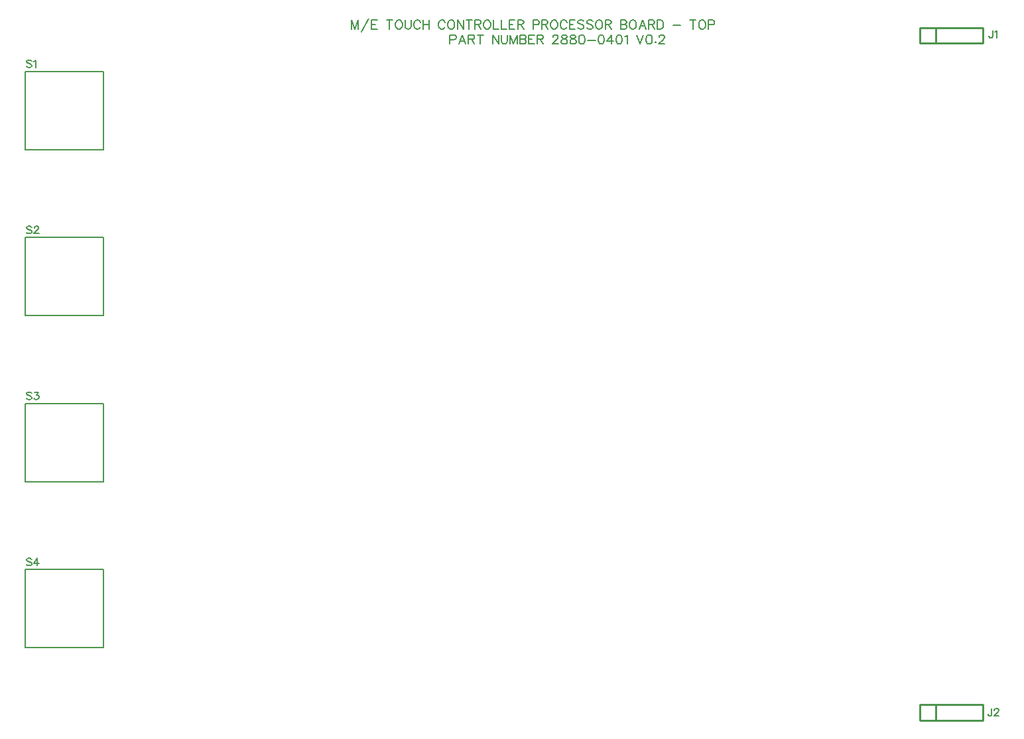
<source format=gto>
G04 Layer: TopSilkscreenLayer*
G04 EasyEDA v6.5.29, 2023-07-18 11:29:47*
G04 d241b5e9eba042f2855d0ef1ce65199e,5a6b42c53f6a479593ecc07194224c93,10*
G04 Gerber Generator version 0.2*
G04 Scale: 100 percent, Rotated: No, Reflected: No *
G04 Dimensions in millimeters *
G04 leading zeros omitted , absolute positions ,4 integer and 5 decimal *
%FSLAX45Y45*%
%MOMM*%

%ADD10C,0.2032*%
%ADD11C,0.1524*%
%ADD12C,0.1999*%
%ADD13C,0.2540*%

%LPD*%
D10*
X-304901Y8998458D02*
G01*
X-304901Y8883904D01*
X-304901Y8998458D02*
G01*
X-261213Y8883904D01*
X-217525Y8998458D02*
G01*
X-261213Y8883904D01*
X-217525Y8998458D02*
G01*
X-217525Y8883904D01*
X-83413Y9020302D02*
G01*
X-181457Y8845550D01*
X-47345Y8998458D02*
G01*
X-47345Y8883904D01*
X-47345Y8998458D02*
G01*
X23520Y8998458D01*
X-47345Y8943847D02*
G01*
X-3657Y8943847D01*
X-47345Y8883904D02*
G01*
X23520Y8883904D01*
X181762Y8998458D02*
G01*
X181762Y8883904D01*
X143662Y8998458D02*
G01*
X219862Y8998458D01*
X288696Y8998458D02*
G01*
X277774Y8992870D01*
X266852Y8981947D01*
X261264Y8971026D01*
X255930Y8954770D01*
X255930Y8927592D01*
X261264Y8911081D01*
X266852Y8900160D01*
X277774Y8889237D01*
X288696Y8883904D01*
X310540Y8883904D01*
X321462Y8889237D01*
X332384Y8900160D01*
X337718Y8911081D01*
X343306Y8927592D01*
X343306Y8954770D01*
X337718Y8971026D01*
X332384Y8981947D01*
X321462Y8992870D01*
X310540Y8998458D01*
X288696Y8998458D01*
X379120Y8998458D02*
G01*
X379120Y8916670D01*
X384708Y8900160D01*
X395630Y8889237D01*
X411886Y8883904D01*
X422808Y8883904D01*
X439318Y8889237D01*
X449986Y8900160D01*
X455574Y8916670D01*
X455574Y8998458D01*
X573430Y8971026D02*
G01*
X567842Y8981947D01*
X556920Y8992870D01*
X545998Y8998458D01*
X524408Y8998458D01*
X513486Y8992870D01*
X502564Y8981947D01*
X496976Y8971026D01*
X491642Y8954770D01*
X491642Y8927592D01*
X496976Y8911081D01*
X502564Y8900160D01*
X513486Y8889237D01*
X524408Y8883904D01*
X545998Y8883904D01*
X556920Y8889237D01*
X567842Y8900160D01*
X573430Y8911081D01*
X609498Y8998458D02*
G01*
X609498Y8883904D01*
X685698Y8998458D02*
G01*
X685698Y8883904D01*
X609498Y8943847D02*
G01*
X685698Y8943847D01*
X887628Y8971026D02*
G01*
X882040Y8981947D01*
X871118Y8992870D01*
X860196Y8998458D01*
X838352Y8998458D01*
X827684Y8992870D01*
X816762Y8981947D01*
X811174Y8971026D01*
X805840Y8954770D01*
X805840Y8927592D01*
X811174Y8911081D01*
X816762Y8900160D01*
X827684Y8889237D01*
X838352Y8883904D01*
X860196Y8883904D01*
X871118Y8889237D01*
X882040Y8900160D01*
X887628Y8911081D01*
X956208Y8998458D02*
G01*
X945286Y8992870D01*
X934364Y8981947D01*
X929030Y8971026D01*
X923442Y8954770D01*
X923442Y8927592D01*
X929030Y8911081D01*
X934364Y8900160D01*
X945286Y8889237D01*
X956208Y8883904D01*
X978052Y8883904D01*
X988974Y8889237D01*
X999896Y8900160D01*
X1005484Y8911081D01*
X1010818Y8927592D01*
X1010818Y8954770D01*
X1005484Y8971026D01*
X999896Y8981947D01*
X988974Y8992870D01*
X978052Y8998458D01*
X956208Y8998458D01*
X1046886Y8998458D02*
G01*
X1046886Y8883904D01*
X1046886Y8998458D02*
G01*
X1123086Y8883904D01*
X1123086Y8998458D02*
G01*
X1123086Y8883904D01*
X1197254Y8998458D02*
G01*
X1197254Y8883904D01*
X1159154Y8998458D02*
G01*
X1235608Y8998458D01*
X1271676Y8998458D02*
G01*
X1271676Y8883904D01*
X1271676Y8998458D02*
G01*
X1320698Y8998458D01*
X1336954Y8992870D01*
X1342542Y8987536D01*
X1347876Y8976613D01*
X1347876Y8965692D01*
X1342542Y8954770D01*
X1336954Y8949181D01*
X1320698Y8943847D01*
X1271676Y8943847D01*
X1309776Y8943847D02*
G01*
X1347876Y8883904D01*
X1416710Y8998458D02*
G01*
X1405788Y8992870D01*
X1394866Y8981947D01*
X1389278Y8971026D01*
X1383944Y8954770D01*
X1383944Y8927592D01*
X1389278Y8911081D01*
X1394866Y8900160D01*
X1405788Y8889237D01*
X1416710Y8883904D01*
X1438554Y8883904D01*
X1449476Y8889237D01*
X1460398Y8900160D01*
X1465732Y8911081D01*
X1471320Y8927592D01*
X1471320Y8954770D01*
X1465732Y8971026D01*
X1460398Y8981947D01*
X1449476Y8992870D01*
X1438554Y8998458D01*
X1416710Y8998458D01*
X1507134Y8998458D02*
G01*
X1507134Y8883904D01*
X1507134Y8883904D02*
G01*
X1572666Y8883904D01*
X1608734Y8998458D02*
G01*
X1608734Y8883904D01*
X1608734Y8883904D02*
G01*
X1674012Y8883904D01*
X1710080Y8998458D02*
G01*
X1710080Y8883904D01*
X1710080Y8998458D02*
G01*
X1780946Y8998458D01*
X1710080Y8943847D02*
G01*
X1753768Y8943847D01*
X1710080Y8883904D02*
G01*
X1780946Y8883904D01*
X1817014Y8998458D02*
G01*
X1817014Y8883904D01*
X1817014Y8998458D02*
G01*
X1866036Y8998458D01*
X1882546Y8992870D01*
X1887880Y8987536D01*
X1893468Y8976613D01*
X1893468Y8965692D01*
X1887880Y8954770D01*
X1882546Y8949181D01*
X1866036Y8943847D01*
X1817014Y8943847D01*
X1855114Y8943847D02*
G01*
X1893468Y8883904D01*
X2013356Y8998458D02*
G01*
X2013356Y8883904D01*
X2013356Y8998458D02*
G01*
X2062378Y8998458D01*
X2078888Y8992870D01*
X2084222Y8987536D01*
X2089810Y8976613D01*
X2089810Y8960104D01*
X2084222Y8949181D01*
X2078888Y8943847D01*
X2062378Y8938513D01*
X2013356Y8938513D01*
X2125624Y8998458D02*
G01*
X2125624Y8883904D01*
X2125624Y8998458D02*
G01*
X2174900Y8998458D01*
X2191156Y8992870D01*
X2196744Y8987536D01*
X2202078Y8976613D01*
X2202078Y8965692D01*
X2196744Y8954770D01*
X2191156Y8949181D01*
X2174900Y8943847D01*
X2125624Y8943847D01*
X2163978Y8943847D02*
G01*
X2202078Y8883904D01*
X2270912Y8998458D02*
G01*
X2259990Y8992870D01*
X2249068Y8981947D01*
X2243480Y8971026D01*
X2238146Y8954770D01*
X2238146Y8927592D01*
X2243480Y8911081D01*
X2249068Y8900160D01*
X2259990Y8889237D01*
X2270912Y8883904D01*
X2292756Y8883904D01*
X2303678Y8889237D01*
X2314346Y8900160D01*
X2319934Y8911081D01*
X2325268Y8927592D01*
X2325268Y8954770D01*
X2319934Y8971026D01*
X2314346Y8981947D01*
X2303678Y8992870D01*
X2292756Y8998458D01*
X2270912Y8998458D01*
X2443124Y8971026D02*
G01*
X2437790Y8981947D01*
X2426868Y8992870D01*
X2415946Y8998458D01*
X2394102Y8998458D01*
X2383180Y8992870D01*
X2372258Y8981947D01*
X2366924Y8971026D01*
X2361336Y8954770D01*
X2361336Y8927592D01*
X2366924Y8911081D01*
X2372258Y8900160D01*
X2383180Y8889237D01*
X2394102Y8883904D01*
X2415946Y8883904D01*
X2426868Y8889237D01*
X2437790Y8900160D01*
X2443124Y8911081D01*
X2479192Y8998458D02*
G01*
X2479192Y8883904D01*
X2479192Y8998458D02*
G01*
X2550058Y8998458D01*
X2479192Y8943847D02*
G01*
X2522880Y8943847D01*
X2479192Y8883904D02*
G01*
X2550058Y8883904D01*
X2662580Y8981947D02*
G01*
X2651658Y8992870D01*
X2635148Y8998458D01*
X2613304Y8998458D01*
X2597048Y8992870D01*
X2586126Y8981947D01*
X2586126Y8971026D01*
X2591460Y8960104D01*
X2597048Y8954770D01*
X2607970Y8949181D01*
X2640736Y8938513D01*
X2651658Y8932926D01*
X2656992Y8927592D01*
X2662580Y8916670D01*
X2662580Y8900160D01*
X2651658Y8889237D01*
X2635148Y8883904D01*
X2613304Y8883904D01*
X2597048Y8889237D01*
X2586126Y8900160D01*
X2774848Y8981947D02*
G01*
X2763926Y8992870D01*
X2747670Y8998458D01*
X2725826Y8998458D01*
X2709316Y8992870D01*
X2698394Y8981947D01*
X2698394Y8971026D01*
X2703982Y8960104D01*
X2709316Y8954770D01*
X2720238Y8949181D01*
X2753004Y8938513D01*
X2763926Y8932926D01*
X2769260Y8927592D01*
X2774848Y8916670D01*
X2774848Y8900160D01*
X2763926Y8889237D01*
X2747670Y8883904D01*
X2725826Y8883904D01*
X2709316Y8889237D01*
X2698394Y8900160D01*
X2843682Y8998458D02*
G01*
X2832760Y8992870D01*
X2821838Y8981947D01*
X2816250Y8971026D01*
X2810916Y8954770D01*
X2810916Y8927592D01*
X2816250Y8911081D01*
X2821838Y8900160D01*
X2832760Y8889237D01*
X2843682Y8883904D01*
X2865272Y8883904D01*
X2876194Y8889237D01*
X2887116Y8900160D01*
X2892704Y8911081D01*
X2898038Y8927592D01*
X2898038Y8954770D01*
X2892704Y8971026D01*
X2887116Y8981947D01*
X2876194Y8992870D01*
X2865272Y8998458D01*
X2843682Y8998458D01*
X2934106Y8998458D02*
G01*
X2934106Y8883904D01*
X2934106Y8998458D02*
G01*
X2983128Y8998458D01*
X2999638Y8992870D01*
X3004972Y8987536D01*
X3010560Y8976613D01*
X3010560Y8965692D01*
X3004972Y8954770D01*
X2999638Y8949181D01*
X2983128Y8943847D01*
X2934106Y8943847D01*
X2972206Y8943847D02*
G01*
X3010560Y8883904D01*
X3130448Y8998458D02*
G01*
X3130448Y8883904D01*
X3130448Y8998458D02*
G01*
X3179470Y8998458D01*
X3195980Y8992870D01*
X3201314Y8987536D01*
X3206902Y8976613D01*
X3206902Y8965692D01*
X3201314Y8954770D01*
X3195980Y8949181D01*
X3179470Y8943847D01*
X3130448Y8943847D02*
G01*
X3179470Y8943847D01*
X3195980Y8938513D01*
X3201314Y8932926D01*
X3206902Y8922004D01*
X3206902Y8905747D01*
X3201314Y8894826D01*
X3195980Y8889237D01*
X3179470Y8883904D01*
X3130448Y8883904D01*
X3275482Y8998458D02*
G01*
X3264560Y8992870D01*
X3253638Y8981947D01*
X3248304Y8971026D01*
X3242716Y8954770D01*
X3242716Y8927592D01*
X3248304Y8911081D01*
X3253638Y8900160D01*
X3264560Y8889237D01*
X3275482Y8883904D01*
X3297326Y8883904D01*
X3308248Y8889237D01*
X3319170Y8900160D01*
X3324758Y8911081D01*
X3330092Y8927592D01*
X3330092Y8954770D01*
X3324758Y8971026D01*
X3319170Y8981947D01*
X3308248Y8992870D01*
X3297326Y8998458D01*
X3275482Y8998458D01*
X3409848Y8998458D02*
G01*
X3366160Y8883904D01*
X3409848Y8998458D02*
G01*
X3453282Y8883904D01*
X3382416Y8922004D02*
G01*
X3437026Y8922004D01*
X3489350Y8998458D02*
G01*
X3489350Y8883904D01*
X3489350Y8998458D02*
G01*
X3538372Y8998458D01*
X3554882Y8992870D01*
X3560216Y8987536D01*
X3565804Y8976613D01*
X3565804Y8965692D01*
X3560216Y8954770D01*
X3554882Y8949181D01*
X3538372Y8943847D01*
X3489350Y8943847D01*
X3527450Y8943847D02*
G01*
X3565804Y8883904D01*
X3601618Y8998458D02*
G01*
X3601618Y8883904D01*
X3601618Y8998458D02*
G01*
X3639972Y8998458D01*
X3656228Y8992870D01*
X3667150Y8981947D01*
X3672738Y8971026D01*
X3678072Y8954770D01*
X3678072Y8927592D01*
X3672738Y8911081D01*
X3667150Y8900160D01*
X3656228Y8889237D01*
X3639972Y8883904D01*
X3601618Y8883904D01*
X3798214Y8932926D02*
G01*
X3896258Y8932926D01*
X4054500Y8998458D02*
G01*
X4054500Y8883904D01*
X4016400Y8998458D02*
G01*
X4092600Y8998458D01*
X4161434Y8998458D02*
G01*
X4150512Y8992870D01*
X4139590Y8981947D01*
X4134002Y8971026D01*
X4128668Y8954770D01*
X4128668Y8927592D01*
X4134002Y8911081D01*
X4139590Y8900160D01*
X4150512Y8889237D01*
X4161434Y8883904D01*
X4183278Y8883904D01*
X4194200Y8889237D01*
X4205122Y8900160D01*
X4210456Y8911081D01*
X4216044Y8927592D01*
X4216044Y8954770D01*
X4210456Y8971026D01*
X4205122Y8981947D01*
X4194200Y8992870D01*
X4183278Y8998458D01*
X4161434Y8998458D01*
X4251858Y8998458D02*
G01*
X4251858Y8883904D01*
X4251858Y8998458D02*
G01*
X4301134Y8998458D01*
X4317390Y8992870D01*
X4322724Y8987536D01*
X4328312Y8976613D01*
X4328312Y8960104D01*
X4322724Y8949181D01*
X4317390Y8943847D01*
X4301134Y8938513D01*
X4251858Y8938513D01*
X952398Y8807958D02*
G01*
X952398Y8693404D01*
X952398Y8807958D02*
G01*
X1001674Y8807958D01*
X1017930Y8802370D01*
X1023518Y8797036D01*
X1028852Y8786113D01*
X1028852Y8769604D01*
X1023518Y8758681D01*
X1017930Y8753347D01*
X1001674Y8748013D01*
X952398Y8748013D01*
X1108608Y8807958D02*
G01*
X1064920Y8693404D01*
X1108608Y8807958D02*
G01*
X1152042Y8693404D01*
X1081176Y8731504D02*
G01*
X1135786Y8731504D01*
X1188110Y8807958D02*
G01*
X1188110Y8693404D01*
X1188110Y8807958D02*
G01*
X1237132Y8807958D01*
X1253642Y8802370D01*
X1258976Y8797036D01*
X1264564Y8786113D01*
X1264564Y8775192D01*
X1258976Y8764270D01*
X1253642Y8758681D01*
X1237132Y8753347D01*
X1188110Y8753347D01*
X1226210Y8753347D02*
G01*
X1264564Y8693404D01*
X1338732Y8807958D02*
G01*
X1338732Y8693404D01*
X1300378Y8807958D02*
G01*
X1376832Y8807958D01*
X1496974Y8807958D02*
G01*
X1496974Y8693404D01*
X1496974Y8807958D02*
G01*
X1573174Y8693404D01*
X1573174Y8807958D02*
G01*
X1573174Y8693404D01*
X1609242Y8807958D02*
G01*
X1609242Y8726170D01*
X1614576Y8709660D01*
X1625498Y8698737D01*
X1642008Y8693404D01*
X1652930Y8693404D01*
X1669186Y8698737D01*
X1680108Y8709660D01*
X1685696Y8726170D01*
X1685696Y8807958D01*
X1721510Y8807958D02*
G01*
X1721510Y8693404D01*
X1721510Y8807958D02*
G01*
X1765198Y8693404D01*
X1808886Y8807958D02*
G01*
X1765198Y8693404D01*
X1808886Y8807958D02*
G01*
X1808886Y8693404D01*
X1844954Y8807958D02*
G01*
X1844954Y8693404D01*
X1844954Y8807958D02*
G01*
X1893976Y8807958D01*
X1910232Y8802370D01*
X1915820Y8797036D01*
X1921154Y8786113D01*
X1921154Y8775192D01*
X1915820Y8764270D01*
X1910232Y8758681D01*
X1893976Y8753347D01*
X1844954Y8753347D02*
G01*
X1893976Y8753347D01*
X1910232Y8748013D01*
X1915820Y8742426D01*
X1921154Y8731504D01*
X1921154Y8715247D01*
X1915820Y8704326D01*
X1910232Y8698737D01*
X1893976Y8693404D01*
X1844954Y8693404D01*
X1957222Y8807958D02*
G01*
X1957222Y8693404D01*
X1957222Y8807958D02*
G01*
X2028088Y8807958D01*
X1957222Y8753347D02*
G01*
X2000910Y8753347D01*
X1957222Y8693404D02*
G01*
X2028088Y8693404D01*
X2064156Y8807958D02*
G01*
X2064156Y8693404D01*
X2064156Y8807958D02*
G01*
X2113178Y8807958D01*
X2129688Y8802370D01*
X2135022Y8797036D01*
X2140610Y8786113D01*
X2140610Y8775192D01*
X2135022Y8764270D01*
X2129688Y8758681D01*
X2113178Y8753347D01*
X2064156Y8753347D01*
X2102256Y8753347D02*
G01*
X2140610Y8693404D01*
X2265832Y8780526D02*
G01*
X2265832Y8786113D01*
X2271420Y8797036D01*
X2276754Y8802370D01*
X2287676Y8807958D01*
X2309520Y8807958D01*
X2320442Y8802370D01*
X2326030Y8797036D01*
X2331364Y8786113D01*
X2331364Y8775192D01*
X2326030Y8764270D01*
X2315108Y8748013D01*
X2260498Y8693404D01*
X2336952Y8693404D01*
X2400198Y8807958D02*
G01*
X2383688Y8802370D01*
X2378354Y8791447D01*
X2378354Y8780526D01*
X2383688Y8769604D01*
X2394610Y8764270D01*
X2416454Y8758681D01*
X2432964Y8753347D01*
X2443886Y8742426D01*
X2449220Y8731504D01*
X2449220Y8715247D01*
X2443886Y8704326D01*
X2438298Y8698737D01*
X2422042Y8693404D01*
X2400198Y8693404D01*
X2383688Y8698737D01*
X2378354Y8704326D01*
X2372766Y8715247D01*
X2372766Y8731504D01*
X2378354Y8742426D01*
X2389276Y8753347D01*
X2405532Y8758681D01*
X2427376Y8764270D01*
X2438298Y8769604D01*
X2443886Y8780526D01*
X2443886Y8791447D01*
X2438298Y8802370D01*
X2422042Y8807958D01*
X2400198Y8807958D01*
X2512466Y8807958D02*
G01*
X2496210Y8802370D01*
X2490622Y8791447D01*
X2490622Y8780526D01*
X2496210Y8769604D01*
X2507132Y8764270D01*
X2528976Y8758681D01*
X2545232Y8753347D01*
X2556154Y8742426D01*
X2561488Y8731504D01*
X2561488Y8715247D01*
X2556154Y8704326D01*
X2550566Y8698737D01*
X2534310Y8693404D01*
X2512466Y8693404D01*
X2496210Y8698737D01*
X2490622Y8704326D01*
X2485288Y8715247D01*
X2485288Y8731504D01*
X2490622Y8742426D01*
X2501544Y8753347D01*
X2518054Y8758681D01*
X2539644Y8764270D01*
X2550566Y8769604D01*
X2556154Y8780526D01*
X2556154Y8791447D01*
X2550566Y8802370D01*
X2534310Y8807958D01*
X2512466Y8807958D01*
X2630322Y8807958D02*
G01*
X2614066Y8802370D01*
X2603144Y8786113D01*
X2597556Y8758681D01*
X2597556Y8742426D01*
X2603144Y8715247D01*
X2614066Y8698737D01*
X2630322Y8693404D01*
X2641244Y8693404D01*
X2657500Y8698737D01*
X2668422Y8715247D01*
X2674010Y8742426D01*
X2674010Y8758681D01*
X2668422Y8786113D01*
X2657500Y8802370D01*
X2641244Y8807958D01*
X2630322Y8807958D01*
X2709824Y8742426D02*
G01*
X2808122Y8742426D01*
X2876956Y8807958D02*
G01*
X2860446Y8802370D01*
X2849524Y8786113D01*
X2844190Y8758681D01*
X2844190Y8742426D01*
X2849524Y8715247D01*
X2860446Y8698737D01*
X2876956Y8693404D01*
X2887878Y8693404D01*
X2904134Y8698737D01*
X2915056Y8715247D01*
X2920390Y8742426D01*
X2920390Y8758681D01*
X2915056Y8786113D01*
X2904134Y8802370D01*
X2887878Y8807958D01*
X2876956Y8807958D01*
X3011068Y8807958D02*
G01*
X2956458Y8731504D01*
X3038246Y8731504D01*
X3011068Y8807958D02*
G01*
X3011068Y8693404D01*
X3107080Y8807958D02*
G01*
X3090570Y8802370D01*
X3079648Y8786113D01*
X3074314Y8758681D01*
X3074314Y8742426D01*
X3079648Y8715247D01*
X3090570Y8698737D01*
X3107080Y8693404D01*
X3118002Y8693404D01*
X3134258Y8698737D01*
X3145180Y8715247D01*
X3150768Y8742426D01*
X3150768Y8758681D01*
X3145180Y8786113D01*
X3134258Y8802370D01*
X3118002Y8807958D01*
X3107080Y8807958D01*
X3186582Y8786113D02*
G01*
X3197504Y8791447D01*
X3214014Y8807958D01*
X3214014Y8693404D01*
X3333902Y8807958D02*
G01*
X3377590Y8693404D01*
X3421278Y8807958D02*
G01*
X3377590Y8693404D01*
X3489858Y8807958D02*
G01*
X3473602Y8802370D01*
X3462680Y8786113D01*
X3457346Y8758681D01*
X3457346Y8742426D01*
X3462680Y8715247D01*
X3473602Y8698737D01*
X3489858Y8693404D01*
X3500780Y8693404D01*
X3517290Y8698737D01*
X3528212Y8715247D01*
X3533546Y8742426D01*
X3533546Y8758681D01*
X3528212Y8786113D01*
X3517290Y8802370D01*
X3500780Y8807958D01*
X3489858Y8807958D01*
X3574948Y8720581D02*
G01*
X3569614Y8715247D01*
X3574948Y8709660D01*
X3580536Y8715247D01*
X3574948Y8720581D01*
X3621938Y8780526D02*
G01*
X3621938Y8786113D01*
X3627526Y8797036D01*
X3632860Y8802370D01*
X3643782Y8807958D01*
X3665626Y8807958D01*
X3676548Y8802370D01*
X3681882Y8797036D01*
X3687470Y8786113D01*
X3687470Y8775192D01*
X3681882Y8764270D01*
X3670960Y8748013D01*
X3616604Y8693404D01*
X3692804Y8693404D01*
D11*
X-4389630Y8475192D02*
G01*
X-4398774Y8484082D01*
X-4412490Y8488654D01*
X-4430778Y8488654D01*
X-4444240Y8484082D01*
X-4453384Y8475192D01*
X-4453384Y8466048D01*
X-4448812Y8456904D01*
X-4444240Y8452332D01*
X-4435096Y8447760D01*
X-4407918Y8438616D01*
X-4398774Y8434298D01*
X-4394202Y8429726D01*
X-4389630Y8420582D01*
X-4389630Y8406866D01*
X-4398774Y8397722D01*
X-4412490Y8393404D01*
X-4430778Y8393404D01*
X-4444240Y8397722D01*
X-4453384Y8406866D01*
X-4359658Y8470620D02*
G01*
X-4350768Y8475192D01*
X-4337052Y8488654D01*
X-4337052Y8393404D01*
X-4389729Y6354063D02*
G01*
X-4398873Y6363207D01*
X-4412589Y6367779D01*
X-4430623Y6367779D01*
X-4444339Y6363207D01*
X-4453483Y6354063D01*
X-4453483Y6345173D01*
X-4448911Y6336029D01*
X-4444339Y6331457D01*
X-4435195Y6326886D01*
X-4408017Y6317742D01*
X-4398873Y6313170D01*
X-4394301Y6308852D01*
X-4389729Y6299707D01*
X-4389729Y6285992D01*
X-4398873Y6276847D01*
X-4412589Y6272276D01*
X-4430623Y6272276D01*
X-4444339Y6276847D01*
X-4453483Y6285992D01*
X-4355185Y6345173D02*
G01*
X-4355185Y6349745D01*
X-4350613Y6358636D01*
X-4346041Y6363207D01*
X-4336897Y6367779D01*
X-4318863Y6367779D01*
X-4309719Y6363207D01*
X-4305147Y6358636D01*
X-4300575Y6349745D01*
X-4300575Y6340602D01*
X-4305147Y6331457D01*
X-4314291Y6317742D01*
X-4359757Y6272276D01*
X-4296003Y6272276D01*
X-4389729Y4233163D02*
G01*
X-4398873Y4242307D01*
X-4412589Y4246879D01*
X-4430623Y4246879D01*
X-4444339Y4242307D01*
X-4453483Y4233163D01*
X-4453483Y4224273D01*
X-4448911Y4215129D01*
X-4444339Y4210557D01*
X-4435195Y4205986D01*
X-4408017Y4196842D01*
X-4398873Y4192270D01*
X-4394301Y4187952D01*
X-4389729Y4178807D01*
X-4389729Y4165092D01*
X-4398873Y4155947D01*
X-4412589Y4151376D01*
X-4430623Y4151376D01*
X-4444339Y4155947D01*
X-4453483Y4165092D01*
X-4350613Y4246879D02*
G01*
X-4300575Y4246879D01*
X-4328007Y4210557D01*
X-4314291Y4210557D01*
X-4305147Y4205986D01*
X-4300575Y4201413D01*
X-4296003Y4187952D01*
X-4296003Y4178807D01*
X-4300575Y4165092D01*
X-4309719Y4155947D01*
X-4323435Y4151376D01*
X-4336897Y4151376D01*
X-4350613Y4155947D01*
X-4355185Y4160520D01*
X-4359757Y4169663D01*
X-4389729Y2112263D02*
G01*
X-4398873Y2121407D01*
X-4412589Y2125979D01*
X-4430623Y2125979D01*
X-4444339Y2121407D01*
X-4453483Y2112263D01*
X-4453483Y2103373D01*
X-4448911Y2094229D01*
X-4444339Y2089657D01*
X-4435195Y2085086D01*
X-4408017Y2075942D01*
X-4398873Y2071370D01*
X-4394301Y2067052D01*
X-4389729Y2057907D01*
X-4389729Y2044192D01*
X-4398873Y2035047D01*
X-4412589Y2030476D01*
X-4430623Y2030476D01*
X-4444339Y2035047D01*
X-4453483Y2044192D01*
X-4314291Y2125979D02*
G01*
X-4359757Y2062479D01*
X-4291685Y2062479D01*
X-4314291Y2125979D02*
G01*
X-4314291Y2030476D01*
X7880537Y8863891D02*
G01*
X7880537Y8791163D01*
X7875993Y8777528D01*
X7871447Y8772982D01*
X7862356Y8768435D01*
X7853265Y8768435D01*
X7844175Y8772982D01*
X7839631Y8777528D01*
X7835084Y8791163D01*
X7835084Y8800254D01*
X7910537Y8845710D02*
G01*
X7919631Y8850254D01*
X7933265Y8863891D01*
X7933265Y8768435D01*
X7867837Y202509D02*
G01*
X7867837Y129781D01*
X7863293Y116146D01*
X7858747Y111599D01*
X7849656Y107053D01*
X7840565Y107053D01*
X7831475Y111599D01*
X7826931Y116146D01*
X7822384Y129781D01*
X7822384Y138871D01*
X7902384Y179781D02*
G01*
X7902384Y184327D01*
X7906931Y193418D01*
X7911475Y197962D01*
X7920565Y202509D01*
X7938747Y202509D01*
X7947837Y197962D01*
X7952384Y193418D01*
X7956931Y184327D01*
X7956931Y175237D01*
X7952384Y166146D01*
X7943293Y152509D01*
X7897837Y107053D01*
X7961475Y107053D01*
D12*
X-4470755Y8344915D02*
G01*
X-4470755Y7344918D01*
X-3470757Y7344918D01*
X-3470757Y8344915D01*
X-4470755Y8344915D01*
X-4470755Y6224015D02*
G01*
X-4470755Y5224018D01*
X-3470757Y5224018D01*
X-3470757Y6224015D01*
X-4470755Y6224015D01*
X-4470755Y4103115D02*
G01*
X-4470755Y3103118D01*
X-3470757Y3103118D01*
X-3470757Y4103115D01*
X-4470755Y4103115D01*
X-4470755Y1982215D02*
G01*
X-4470755Y982218D01*
X-3470757Y982218D01*
X-3470757Y1982215D01*
X-4470755Y1982215D01*
D13*
X7155583Y8902682D02*
G01*
X7155583Y8712182D01*
X6952485Y8901082D02*
G01*
X7752483Y8901082D01*
X7752483Y8701082D01*
X6952485Y8701082D01*
X6952485Y8901082D01*
X7155583Y254000D02*
G01*
X7155583Y63500D01*
X6952485Y252399D02*
G01*
X7752483Y252399D01*
X7752483Y52400D01*
X6952485Y52400D01*
X6952485Y252399D01*
M02*

</source>
